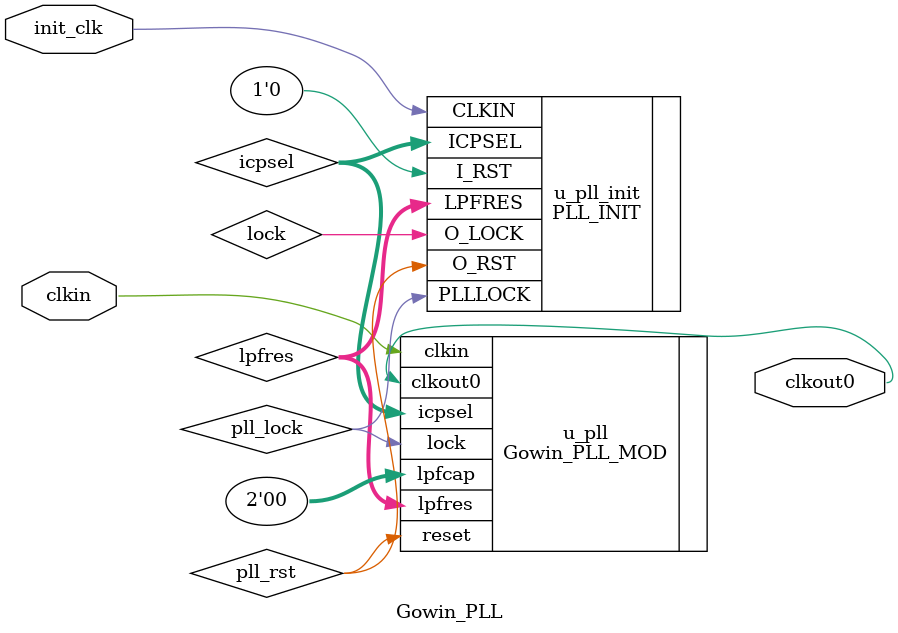
<source format=v>
module Gowin_PLL(
    clkin,
    init_clk,
    clkout0
);


input clkin;
input init_clk;
output clkout0;
wire lock;
wire [5:0] icpsel;
wire [2:0] lpfres;
wire pll_lock;
wire pll_rst;


    Gowin_PLL_MOD u_pll(
        .clkout0(clkout0),
        .lock(pll_lock),
        .clkin(clkin),
        .reset(pll_rst),
        .icpsel(icpsel),
        .lpfres(lpfres),
        .lpfcap(2'b00)
    );


    PLL_INIT u_pll_init(
        .CLKIN(init_clk),
        .I_RST(1'b0),
        .O_RST(pll_rst),
        .PLLLOCK(pll_lock),
        .O_LOCK(lock),
        .ICPSEL(icpsel),
        .LPFRES(lpfres)
    );
    defparam u_pll_init.CLK_PERIOD = 20;
    defparam u_pll_init.MULTI_FAC = 12;


endmodule

</source>
